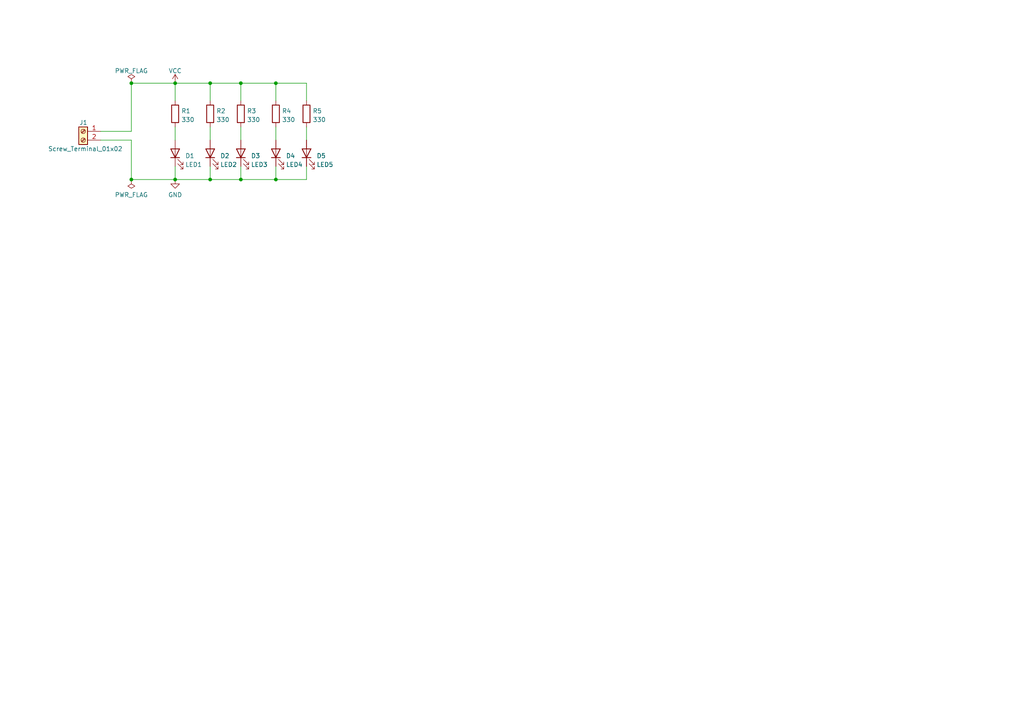
<source format=kicad_sch>
(kicad_sch (version 20211123) (generator eeschema)
  (paper "A4")
  (lib_symbols
    (symbol "Connector:Screw_Terminal_01x02" (pin_names (offset 1.016) hide)
      (property "Reference" "J" (at 0 2.54 0))
      (property "Value" "Screw_Terminal_01x02" (at 0 -5.08 0))
      (symbol "Screw_Terminal_01x02_1_1"
        (rectangle (start -1.27 1.27) (end 1.27 -3.81) (stroke (width 0.254)) (fill (type background)))
        (circle (center 0 -2.54) (radius 0.635) (stroke (width 0.1524)))
        (polyline (pts (xy -0.5334 -2.2098) (xy 0.3302 -3.048)) (stroke (width 0.1524)))
        (polyline (pts (xy -0.5334 0.3302) (xy 0.3302 -0.508)) (stroke (width 0.1524)))
        (polyline (pts (xy -0.3556 -2.032) (xy 0.508 -2.8702)) (stroke (width 0.1524)))
        (polyline (pts (xy -0.3556 0.508) (xy 0.508 -0.3302)) (stroke (width 0.1524)))
        (circle (center 0 0) (radius 0.635) (stroke (width 0.1524)))
        (pin passive line (at -5.08 0 0) (length 3.81) (name "Pin_1") (number "1"))
        (pin passive line (at -5.08 -2.54 0) (length 3.81) (name "Pin_2") (number "2"))
      )
    )
    (symbol "Device:LED" (pin_numbers hide) (pin_names (offset 1.016) hide)
      (property "Reference" "D" (at 0 2.54 0))
      (property "Value" "LED" (at 0 -2.54 0))
      (symbol "LED_0_1"
        (polyline (pts (xy -1.27 -1.27) (xy -1.27 1.27)) (stroke (width 0.254)))
        (polyline (pts (xy -1.27 0) (xy 1.27 0)))
        (polyline (pts (xy 1.27 -1.27) (xy 1.27 1.27) (xy -1.27 0) (xy 1.27 -1.27)) (stroke (width 0.254)))
        (polyline (pts (xy -3.048 -0.762) (xy -4.572 -2.286) (xy -3.81 -2.286) (xy -4.572 -2.286) (xy -4.572 -1.524)))
        (polyline (pts (xy -1.778 -0.762) (xy -3.302 -2.286) (xy -2.54 -2.286) (xy -3.302 -2.286) (xy -3.302 -1.524)))
      )
      (symbol "LED_1_1"
        (pin passive line (at -3.81 0 0) (length 2.54) (name "K") (number "1"))
        (pin passive line (at 3.81 0 180) (length 2.54) (name "A") (number "2"))
      )
    )
    (symbol "Device:R" (pin_numbers hide) (pin_names (offset 0))
      (property "Reference" "R" (at 2.032 0 90))
      (property "Value" "R" (at 0 0 90))
      (symbol "R_0_1"
        (rectangle (start -1.016 -2.54) (end 1.016 2.54) (stroke (width 0.254)))
      )
      (symbol "R_1_1"
        (pin passive line (at 0 3.81 270) (length 1.27) (name "~") (number "1"))
        (pin passive line (at 0 -3.81 90) (length 1.27) (name "~") (number "2"))
      )
    )
    (symbol "power:GND" (power) (pin_names (offset 0))
      (property "Value" "GND" (at 0 -3.81 0))
      (symbol "GND_0_1"
        (polyline (pts (xy 0 0) (xy 0 -1.27) (xy 1.27 -1.27) (xy 0 -2.54) (xy -1.27 -1.27) (xy 0 -1.27)))
      )
      (symbol "GND_1_1"
        (pin power_in line (at 0 0 270) (length 0) hide (name "GND") (number "1"))
      )
    )
    (symbol "power:PWR_FLAG" (power) (pin_numbers hide) (pin_names (offset 0) hide)
      (property "Value" "PWR_FLAG" (at 0 3.81 0))
      (symbol "PWR_FLAG_0_0"
        (pin power_out line (at 0 0 90) (length 0) (name "pwr") (number "1"))
      )
      (symbol "PWR_FLAG_0_1"
        (polyline (pts (xy 0 0) (xy 0 1.27) (xy -1.016 1.905) (xy 0 2.54) (xy 1.016 1.905) (xy 0 1.27)))
      )
    )
    (symbol "power:VCC" (power) (pin_names (offset 0))
      (property "Value" "VCC" (at 0 3.81 0))
      (symbol "VCC_0_1"
        (polyline (pts (xy -0.762 1.27) (xy 0 2.54)))
        (polyline (pts (xy 0 0) (xy 0 2.54)))
        (polyline (pts (xy 0 2.54) (xy 0.762 1.27)))
      )
      (symbol "VCC_1_1"
        (pin power_in line (at 0 0 90) (length 0) hide (name "VCC") (number "1"))
      )
    )
  )
  (junction (at 69.85 52.07))
  (junction (at 80.01 24.13))
  (junction (at 50.8 24.13))
  (junction (at 60.96 52.07))
  (junction (at 69.85 24.13))
  (junction (at 38.1 52.07))
  (junction (at 80.01 52.07))
  (junction (at 50.8 52.07))
  (junction (at 38.1 24.13))
  (junction (at 60.96 24.13))
  (wire (pts (xy 80.01 36.83) (xy 80.01 40.64)))
  (wire (pts (xy 38.1 38.1) (xy 38.1 24.13)))
  (wire (pts (xy 38.1 24.13) (xy 50.8 24.13)))
  (wire (pts (xy 60.96 24.13) (xy 60.96 29.21)))
  (wire (pts (xy 80.01 24.13) (xy 80.01 29.21)))
  (wire (pts (xy 50.8 48.26) (xy 50.8 52.07)))
  (wire (pts (xy 60.96 36.83) (xy 60.96 40.64)))
  (wire (pts (xy 80.01 24.13) (xy 88.9 24.13)))
  (wire (pts (xy 88.9 36.83) (xy 88.9 40.64)))
  (wire (pts (xy 29.21 38.1) (xy 38.1 38.1)))
  (wire (pts (xy 60.96 52.07) (xy 69.85 52.07)))
  (wire (pts (xy 69.85 24.13) (xy 80.01 24.13)))
  (wire (pts (xy 80.01 48.26) (xy 80.01 52.07)))
  (wire (pts (xy 88.9 24.13) (xy 88.9 29.21)))
  (wire (pts (xy 69.85 52.07) (xy 80.01 52.07)))
  (wire (pts (xy 60.96 48.26) (xy 60.96 52.07)))
  (wire (pts (xy 69.85 36.83) (xy 69.85 40.64)))
  (wire (pts (xy 88.9 48.26) (xy 88.9 52.07)))
  (wire (pts (xy 60.96 24.13) (xy 69.85 24.13)))
  (wire (pts (xy 50.8 24.13) (xy 50.8 29.21)))
  (wire (pts (xy 38.1 52.07) (xy 50.8 52.07)))
  (wire (pts (xy 50.8 24.13) (xy 60.96 24.13)))
  (wire (pts (xy 50.8 36.83) (xy 50.8 40.64)))
  (wire (pts (xy 69.85 24.13) (xy 69.85 29.21)))
  (wire (pts (xy 50.8 52.07) (xy 60.96 52.07)))
  (wire (pts (xy 29.21 40.64) (xy 38.1 40.64)))
  (wire (pts (xy 69.85 48.26) (xy 69.85 52.07)))
  (wire (pts (xy 38.1 40.64) (xy 38.1 52.07)))
  (wire (pts (xy 80.01 52.07) (xy 88.9 52.07)))
  (symbol (lib_id "Device:R") (at 50.8 33.02 0) (unit 1)
    (property "Reference" "R1" (at 52.578 32.1853 0) (effects (justify left)))
    (property "Value" "330" (at 52.578 34.7222 0) (effects (justify left)))
    (property "Footprint" "Resistor_THT:R_Axial_DIN0204_L3.6mm_D1.6mm_P5.08mm_Horizontal" (effects hide))
  )
  (symbol (lib_id "Device:LED") (at 88.9 44.45 90) (unit 1)
    (property "Reference" "D5" (at 91.821 45.2028 90) (effects (justify right)))
    (property "Value" "LED5" (at 91.821 47.7397 90) (effects (justify right)))
    (property "Footprint" "LED_THT:LED_D3.0mm" (effects hide))
  )
  (symbol (lib_id "Device:LED") (at 60.96 44.45 90) (unit 1)
    (property "Reference" "D2" (at 63.881 45.2028 90) (effects (justify right)))
    (property "Value" "LED2" (at 63.881 47.7397 90) (effects (justify right)))
    (property "Footprint" "LED_THT:LED_D3.0mm" (effects hide))
  )
  (symbol (lib_id "power:PWR_FLAG") (at 38.1 52.07 180) (unit 1)
    (property "Reference" "#FLG02" (effects hide))
    (property "Value" "PWR_FLAG" (at 38.1 56.5134 0))
  )
  (symbol (lib_id "Device:R") (at 60.96 33.02 0) (unit 1)
    (property "Reference" "R2" (at 62.738 32.1853 0) (effects (justify left)))
    (property "Value" "330" (at 62.738 34.7222 0) (effects (justify left)))
    (property "Footprint" "Resistor_THT:R_Axial_DIN0204_L3.6mm_D1.6mm_P5.08mm_Horizontal" (effects hide))
  )
  (symbol (lib_id "Device:R") (at 69.85 33.02 0) (unit 1)
    (property "Reference" "R3" (at 71.628 32.1853 0) (effects (justify left)))
    (property "Value" "330" (at 71.628 34.7222 0) (effects (justify left)))
    (property "Footprint" "Resistor_THT:R_Axial_DIN0204_L3.6mm_D1.6mm_P5.08mm_Horizontal" (effects hide))
  )
  (symbol (lib_id "power:VCC") (at 50.8 24.13 0) (unit 1)
    (property "Reference" "#PWR01" (effects hide))
    (property "Value" "VCC" (at 50.8 20.5542 0))
  )
  (symbol (lib_id "Device:LED") (at 69.85 44.45 90) (unit 1)
    (property "Reference" "D3" (at 72.771 45.2028 90) (effects (justify right)))
    (property "Value" "LED3" (at 72.771 47.7397 90) (effects (justify right)))
    (property "Footprint" "LED_THT:LED_D3.0mm" (effects hide))
  )
  (symbol (lib_id "Device:LED") (at 50.8 44.45 90) (unit 1)
    (property "Reference" "D1" (at 53.721 45.2028 90) (effects (justify right)))
    (property "Value" "LED1" (at 53.721 47.7397 90) (effects (justify right)))
    (property "Footprint" "LED_THT:LED_D3.0mm" (effects hide))
  )
  (symbol (lib_id "Device:R") (at 88.9 33.02 0) (unit 1)
    (property "Reference" "R5" (at 90.678 32.1853 0) (effects (justify left)))
    (property "Value" "330" (at 90.678 34.7222 0) (effects (justify left)))
    (property "Footprint" "Resistor_THT:R_Axial_DIN0204_L3.6mm_D1.6mm_P5.08mm_Horizontal" (effects hide))
  )
  (symbol (lib_id "Device:R") (at 80.01 33.02 0) (unit 1)
    (property "Reference" "R4" (at 81.788 32.1853 0) (effects (justify left)))
    (property "Value" "330" (at 81.788 34.7222 0) (effects (justify left)))
    (property "Footprint" "Resistor_THT:R_Axial_DIN0204_L3.6mm_D1.6mm_P5.08mm_Horizontal" (effects hide))
  )
  (symbol (lib_id "Connector:Screw_Terminal_01x02") (at 24.13 38.1 0) (mirror y) (unit 1)
    (property "Reference" "J1" (at 25.4 35.56 0) (effects (justify left)))
    (property "Value" "Screw_Terminal_01x02" (at 35.56 43.18 0) (effects (justify left)))
    (property "Footprint" "TerminalBlock:TerminalBlock_bornier-2_P5.08mm" (effects hide))
  )
  (symbol (lib_id "Device:LED") (at 80.01 44.45 90) (unit 1)
    (property "Reference" "D4" (at 82.931 45.2028 90) (effects (justify right)))
    (property "Value" "LED4" (at 82.931 47.7397 90) (effects (justify right)))
    (property "Footprint" "LED_THT:LED_D3.0mm" (effects hide))
  )
  (symbol (lib_id "power:PWR_FLAG") (at 38.1 24.13 0) (unit 1)
    (property "Reference" "#FLG01" (effects hide))
    (property "Value" "PWR_FLAG" (at 38.1 20.5542 0))
  )
  (symbol (lib_id "power:GND") (at 50.8 52.07 0) (unit 1)
    (property "Reference" "#PWR02" (effects hide))
    (property "Value" "GND" (at 50.8 56.5134 0))
  )
)
</source>
